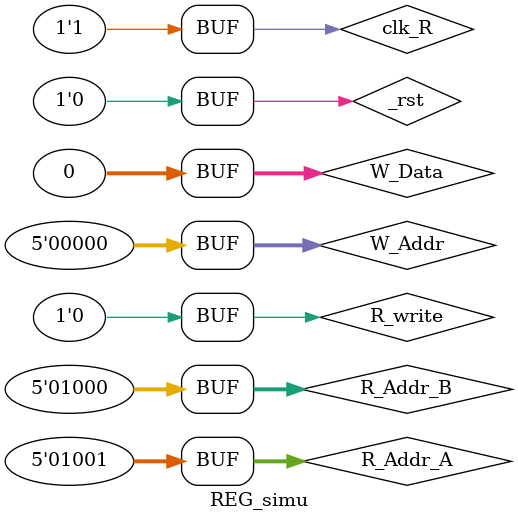
<source format=v>
`timescale 1ns / 1ps


module REG_simu();
    reg _rst,R_write,clk_R;
    reg [4:0] R_Addr_A,R_Addr_B,W_Addr;
    reg [31:0] W_Data;
    wire [31:0] R_Data_A,R_Data_B;
    RegHeap Simu(
        ._rst(_rst),
        .R_Addr_A(R_Addr_A),
        .R_Addr_B(R_Addr_B),
        .W_Addr(W_Addr),
        .R_write(R_write),
        .clk_R(clk_R),
        .W_Data(W_Data),
        .R_Data_A(R_Data_A),
        .R_Data_B(R_Data_B)
    );
    initial begin
        _rst=0;
        clk_R=0;
        R_write=0;
        R_Addr_A=1;
        R_Addr_B=2;
        W_Addr=4;
        W_Data=0;
        
        #100
        R_Addr_A=5'b00000;
        R_Addr_B=5'b00001;
        W_Addr=5'b00010;
        R_write=1;
        W_Data=32'h11111111;
        clk_R=1;
        
        #100
        R_Addr_A=5'b00010;
        R_Addr_B=5'b00001;
        W_Addr=5'b00011;
        R_write=1;
        W_Data=32'h12345678;
        clk_R=1;
                
        #100
        R_Addr_A=5'b01001;
        R_Addr_B=5'b01000;
        W_Addr=0;
        R_write=0;
        W_Data=0;
        clk_R=1;
        
    end
endmodule


</source>
